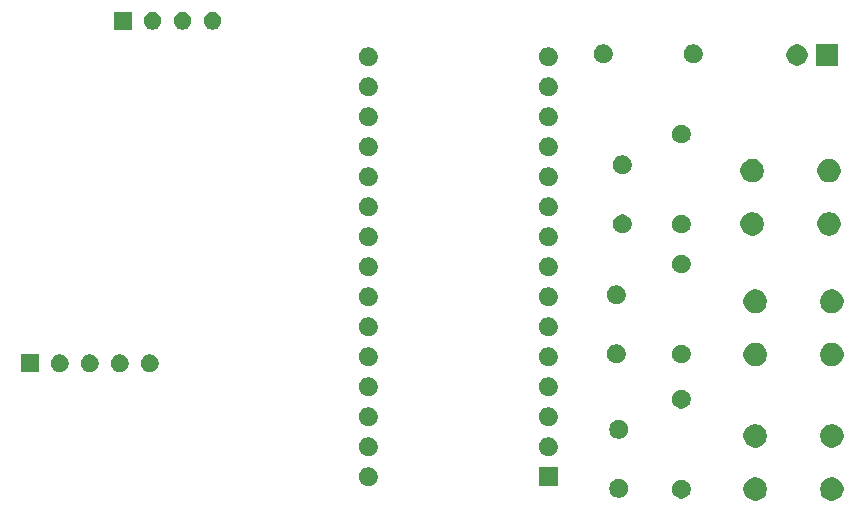
<source format=gts>
%TF.GenerationSoftware,KiCad,Pcbnew,9.0.6*%
%TF.CreationDate,2026-01-04T15:49:14-06:00*%
%TF.ProjectId,spo2_project,73706f32-5f70-4726-9f6a-6563742e6b69,rev?*%
%TF.SameCoordinates,Original*%
%TF.FileFunction,Soldermask,Top*%
%TF.FilePolarity,Negative*%
%FSLAX46Y46*%
G04 Gerber Fmt 4.6, Leading zero omitted, Abs format (unit mm)*
G04 Created by KiCad (PCBNEW 9.0.6) date 2026-01-04 15:49:14*
%MOMM*%
%LPD*%
G01*
G04 APERTURE LIST*
G04 APERTURE END LIST*
G36*
X146040285Y-111093060D02*
G01*
X146221397Y-111168079D01*
X146384393Y-111276990D01*
X146523010Y-111415607D01*
X146631921Y-111578603D01*
X146706940Y-111759715D01*
X146745185Y-111951983D01*
X146745185Y-112148017D01*
X146706940Y-112340285D01*
X146631921Y-112521397D01*
X146523010Y-112684393D01*
X146384393Y-112823010D01*
X146221397Y-112931921D01*
X146040285Y-113006940D01*
X145848017Y-113045185D01*
X145651983Y-113045185D01*
X145459715Y-113006940D01*
X145278603Y-112931921D01*
X145115607Y-112823010D01*
X144976990Y-112684393D01*
X144868079Y-112521397D01*
X144793060Y-112340285D01*
X144754815Y-112148017D01*
X144754815Y-111951983D01*
X144793060Y-111759715D01*
X144868079Y-111578603D01*
X144976990Y-111415607D01*
X145115607Y-111276990D01*
X145278603Y-111168079D01*
X145459715Y-111093060D01*
X145651983Y-111054815D01*
X145848017Y-111054815D01*
X146040285Y-111093060D01*
G37*
G36*
X152540285Y-111093060D02*
G01*
X152721397Y-111168079D01*
X152884393Y-111276990D01*
X153023010Y-111415607D01*
X153131921Y-111578603D01*
X153206940Y-111759715D01*
X153245185Y-111951983D01*
X153245185Y-112148017D01*
X153206940Y-112340285D01*
X153131921Y-112521397D01*
X153023010Y-112684393D01*
X152884393Y-112823010D01*
X152721397Y-112931921D01*
X152540285Y-113006940D01*
X152348017Y-113045185D01*
X152151983Y-113045185D01*
X151959715Y-113006940D01*
X151778603Y-112931921D01*
X151615607Y-112823010D01*
X151476990Y-112684393D01*
X151368079Y-112521397D01*
X151293060Y-112340285D01*
X151254815Y-112148017D01*
X151254815Y-111951983D01*
X151293060Y-111759715D01*
X151368079Y-111578603D01*
X151476990Y-111415607D01*
X151615607Y-111276990D01*
X151778603Y-111168079D01*
X151959715Y-111093060D01*
X152151983Y-111054815D01*
X152348017Y-111054815D01*
X152540285Y-111093060D01*
G37*
G36*
X139732228Y-111294448D02*
G01*
X139877117Y-111354463D01*
X140007515Y-111441592D01*
X140118408Y-111552485D01*
X140205537Y-111682883D01*
X140265552Y-111827772D01*
X140296148Y-111981586D01*
X140296148Y-112138414D01*
X140265552Y-112292228D01*
X140205537Y-112437117D01*
X140118408Y-112567515D01*
X140007515Y-112678408D01*
X139877117Y-112765537D01*
X139732228Y-112825552D01*
X139578414Y-112856148D01*
X139421586Y-112856148D01*
X139267772Y-112825552D01*
X139122883Y-112765537D01*
X138992485Y-112678408D01*
X138881592Y-112567515D01*
X138794463Y-112437117D01*
X138734448Y-112292228D01*
X138703852Y-112138414D01*
X138703852Y-111981586D01*
X138734448Y-111827772D01*
X138794463Y-111682883D01*
X138881592Y-111552485D01*
X138992485Y-111441592D01*
X139122883Y-111354463D01*
X139267772Y-111294448D01*
X139421586Y-111263852D01*
X139578414Y-111263852D01*
X139732228Y-111294448D01*
G37*
G36*
X134432228Y-111234448D02*
G01*
X134577117Y-111294463D01*
X134707515Y-111381592D01*
X134818408Y-111492485D01*
X134905537Y-111622883D01*
X134965552Y-111767772D01*
X134996148Y-111921586D01*
X134996148Y-112078414D01*
X134965552Y-112232228D01*
X134905537Y-112377117D01*
X134818408Y-112507515D01*
X134707515Y-112618408D01*
X134577117Y-112705537D01*
X134432228Y-112765552D01*
X134278414Y-112796148D01*
X134121586Y-112796148D01*
X133967772Y-112765552D01*
X133822883Y-112705537D01*
X133692485Y-112618408D01*
X133581592Y-112507515D01*
X133494463Y-112377117D01*
X133434448Y-112232228D01*
X133403852Y-112078414D01*
X133403852Y-111921586D01*
X133434448Y-111767772D01*
X133494463Y-111622883D01*
X133581592Y-111492485D01*
X133692485Y-111381592D01*
X133822883Y-111294463D01*
X133967772Y-111234448D01*
X134121586Y-111203852D01*
X134278414Y-111203852D01*
X134432228Y-111234448D01*
G37*
G36*
X129040000Y-111800000D02*
G01*
X127440000Y-111800000D01*
X127440000Y-110200000D01*
X129040000Y-110200000D01*
X129040000Y-111800000D01*
G37*
G36*
X113232228Y-110234448D02*
G01*
X113377117Y-110294463D01*
X113507515Y-110381592D01*
X113618408Y-110492485D01*
X113705537Y-110622883D01*
X113765552Y-110767772D01*
X113796148Y-110921586D01*
X113796148Y-111078414D01*
X113765552Y-111232228D01*
X113705537Y-111377117D01*
X113618408Y-111507515D01*
X113507515Y-111618408D01*
X113377117Y-111705537D01*
X113232228Y-111765552D01*
X113078414Y-111796148D01*
X112921586Y-111796148D01*
X112767772Y-111765552D01*
X112622883Y-111705537D01*
X112492485Y-111618408D01*
X112381592Y-111507515D01*
X112294463Y-111377117D01*
X112234448Y-111232228D01*
X112203852Y-111078414D01*
X112203852Y-110921586D01*
X112234448Y-110767772D01*
X112294463Y-110622883D01*
X112381592Y-110492485D01*
X112492485Y-110381592D01*
X112622883Y-110294463D01*
X112767772Y-110234448D01*
X112921586Y-110203852D01*
X113078414Y-110203852D01*
X113232228Y-110234448D01*
G37*
G36*
X113232228Y-107694448D02*
G01*
X113377117Y-107754463D01*
X113507515Y-107841592D01*
X113618408Y-107952485D01*
X113705537Y-108082883D01*
X113765552Y-108227772D01*
X113796148Y-108381586D01*
X113796148Y-108538414D01*
X113765552Y-108692228D01*
X113705537Y-108837117D01*
X113618408Y-108967515D01*
X113507515Y-109078408D01*
X113377117Y-109165537D01*
X113232228Y-109225552D01*
X113078414Y-109256148D01*
X112921586Y-109256148D01*
X112767772Y-109225552D01*
X112622883Y-109165537D01*
X112492485Y-109078408D01*
X112381592Y-108967515D01*
X112294463Y-108837117D01*
X112234448Y-108692228D01*
X112203852Y-108538414D01*
X112203852Y-108381586D01*
X112234448Y-108227772D01*
X112294463Y-108082883D01*
X112381592Y-107952485D01*
X112492485Y-107841592D01*
X112622883Y-107754463D01*
X112767772Y-107694448D01*
X112921586Y-107663852D01*
X113078414Y-107663852D01*
X113232228Y-107694448D01*
G37*
G36*
X128472228Y-107694448D02*
G01*
X128617117Y-107754463D01*
X128747515Y-107841592D01*
X128858408Y-107952485D01*
X128945537Y-108082883D01*
X129005552Y-108227772D01*
X129036148Y-108381586D01*
X129036148Y-108538414D01*
X129005552Y-108692228D01*
X128945537Y-108837117D01*
X128858408Y-108967515D01*
X128747515Y-109078408D01*
X128617117Y-109165537D01*
X128472228Y-109225552D01*
X128318414Y-109256148D01*
X128161586Y-109256148D01*
X128007772Y-109225552D01*
X127862883Y-109165537D01*
X127732485Y-109078408D01*
X127621592Y-108967515D01*
X127534463Y-108837117D01*
X127474448Y-108692228D01*
X127443852Y-108538414D01*
X127443852Y-108381586D01*
X127474448Y-108227772D01*
X127534463Y-108082883D01*
X127621592Y-107952485D01*
X127732485Y-107841592D01*
X127862883Y-107754463D01*
X128007772Y-107694448D01*
X128161586Y-107663852D01*
X128318414Y-107663852D01*
X128472228Y-107694448D01*
G37*
G36*
X146040285Y-106593060D02*
G01*
X146221397Y-106668079D01*
X146384393Y-106776990D01*
X146523010Y-106915607D01*
X146631921Y-107078603D01*
X146706940Y-107259715D01*
X146745185Y-107451983D01*
X146745185Y-107648017D01*
X146706940Y-107840285D01*
X146631921Y-108021397D01*
X146523010Y-108184393D01*
X146384393Y-108323010D01*
X146221397Y-108431921D01*
X146040285Y-108506940D01*
X145848017Y-108545185D01*
X145651983Y-108545185D01*
X145459715Y-108506940D01*
X145278603Y-108431921D01*
X145115607Y-108323010D01*
X144976990Y-108184393D01*
X144868079Y-108021397D01*
X144793060Y-107840285D01*
X144754815Y-107648017D01*
X144754815Y-107451983D01*
X144793060Y-107259715D01*
X144868079Y-107078603D01*
X144976990Y-106915607D01*
X145115607Y-106776990D01*
X145278603Y-106668079D01*
X145459715Y-106593060D01*
X145651983Y-106554815D01*
X145848017Y-106554815D01*
X146040285Y-106593060D01*
G37*
G36*
X152540285Y-106593060D02*
G01*
X152721397Y-106668079D01*
X152884393Y-106776990D01*
X153023010Y-106915607D01*
X153131921Y-107078603D01*
X153206940Y-107259715D01*
X153245185Y-107451983D01*
X153245185Y-107648017D01*
X153206940Y-107840285D01*
X153131921Y-108021397D01*
X153023010Y-108184393D01*
X152884393Y-108323010D01*
X152721397Y-108431921D01*
X152540285Y-108506940D01*
X152348017Y-108545185D01*
X152151983Y-108545185D01*
X151959715Y-108506940D01*
X151778603Y-108431921D01*
X151615607Y-108323010D01*
X151476990Y-108184393D01*
X151368079Y-108021397D01*
X151293060Y-107840285D01*
X151254815Y-107648017D01*
X151254815Y-107451983D01*
X151293060Y-107259715D01*
X151368079Y-107078603D01*
X151476990Y-106915607D01*
X151615607Y-106776990D01*
X151778603Y-106668079D01*
X151959715Y-106593060D01*
X152151983Y-106554815D01*
X152348017Y-106554815D01*
X152540285Y-106593060D01*
G37*
G36*
X134432228Y-106234448D02*
G01*
X134577117Y-106294463D01*
X134707515Y-106381592D01*
X134818408Y-106492485D01*
X134905537Y-106622883D01*
X134965552Y-106767772D01*
X134996148Y-106921586D01*
X134996148Y-107078414D01*
X134965552Y-107232228D01*
X134905537Y-107377117D01*
X134818408Y-107507515D01*
X134707515Y-107618408D01*
X134577117Y-107705537D01*
X134432228Y-107765552D01*
X134278414Y-107796148D01*
X134121586Y-107796148D01*
X133967772Y-107765552D01*
X133822883Y-107705537D01*
X133692485Y-107618408D01*
X133581592Y-107507515D01*
X133494463Y-107377117D01*
X133434448Y-107232228D01*
X133403852Y-107078414D01*
X133403852Y-106921586D01*
X133434448Y-106767772D01*
X133494463Y-106622883D01*
X133581592Y-106492485D01*
X133692485Y-106381592D01*
X133822883Y-106294463D01*
X133967772Y-106234448D01*
X134121586Y-106203852D01*
X134278414Y-106203852D01*
X134432228Y-106234448D01*
G37*
G36*
X113232228Y-105154448D02*
G01*
X113377117Y-105214463D01*
X113507515Y-105301592D01*
X113618408Y-105412485D01*
X113705537Y-105542883D01*
X113765552Y-105687772D01*
X113796148Y-105841586D01*
X113796148Y-105998414D01*
X113765552Y-106152228D01*
X113705537Y-106297117D01*
X113618408Y-106427515D01*
X113507515Y-106538408D01*
X113377117Y-106625537D01*
X113232228Y-106685552D01*
X113078414Y-106716148D01*
X112921586Y-106716148D01*
X112767772Y-106685552D01*
X112622883Y-106625537D01*
X112492485Y-106538408D01*
X112381592Y-106427515D01*
X112294463Y-106297117D01*
X112234448Y-106152228D01*
X112203852Y-105998414D01*
X112203852Y-105841586D01*
X112234448Y-105687772D01*
X112294463Y-105542883D01*
X112381592Y-105412485D01*
X112492485Y-105301592D01*
X112622883Y-105214463D01*
X112767772Y-105154448D01*
X112921586Y-105123852D01*
X113078414Y-105123852D01*
X113232228Y-105154448D01*
G37*
G36*
X128472228Y-105154448D02*
G01*
X128617117Y-105214463D01*
X128747515Y-105301592D01*
X128858408Y-105412485D01*
X128945537Y-105542883D01*
X129005552Y-105687772D01*
X129036148Y-105841586D01*
X129036148Y-105998414D01*
X129005552Y-106152228D01*
X128945537Y-106297117D01*
X128858408Y-106427515D01*
X128747515Y-106538408D01*
X128617117Y-106625537D01*
X128472228Y-106685552D01*
X128318414Y-106716148D01*
X128161586Y-106716148D01*
X128007772Y-106685552D01*
X127862883Y-106625537D01*
X127732485Y-106538408D01*
X127621592Y-106427515D01*
X127534463Y-106297117D01*
X127474448Y-106152228D01*
X127443852Y-105998414D01*
X127443852Y-105841586D01*
X127474448Y-105687772D01*
X127534463Y-105542883D01*
X127621592Y-105412485D01*
X127732485Y-105301592D01*
X127862883Y-105214463D01*
X128007772Y-105154448D01*
X128161586Y-105123852D01*
X128318414Y-105123852D01*
X128472228Y-105154448D01*
G37*
G36*
X139732228Y-103674448D02*
G01*
X139877117Y-103734463D01*
X140007515Y-103821592D01*
X140118408Y-103932485D01*
X140205537Y-104062883D01*
X140265552Y-104207772D01*
X140296148Y-104361586D01*
X140296148Y-104518414D01*
X140265552Y-104672228D01*
X140205537Y-104817117D01*
X140118408Y-104947515D01*
X140007515Y-105058408D01*
X139877117Y-105145537D01*
X139732228Y-105205552D01*
X139578414Y-105236148D01*
X139421586Y-105236148D01*
X139267772Y-105205552D01*
X139122883Y-105145537D01*
X138992485Y-105058408D01*
X138881592Y-104947515D01*
X138794463Y-104817117D01*
X138734448Y-104672228D01*
X138703852Y-104518414D01*
X138703852Y-104361586D01*
X138734448Y-104207772D01*
X138794463Y-104062883D01*
X138881592Y-103932485D01*
X138992485Y-103821592D01*
X139122883Y-103734463D01*
X139267772Y-103674448D01*
X139421586Y-103643852D01*
X139578414Y-103643852D01*
X139732228Y-103674448D01*
G37*
G36*
X113232228Y-102614448D02*
G01*
X113377117Y-102674463D01*
X113507515Y-102761592D01*
X113618408Y-102872485D01*
X113705537Y-103002883D01*
X113765552Y-103147772D01*
X113796148Y-103301586D01*
X113796148Y-103458414D01*
X113765552Y-103612228D01*
X113705537Y-103757117D01*
X113618408Y-103887515D01*
X113507515Y-103998408D01*
X113377117Y-104085537D01*
X113232228Y-104145552D01*
X113078414Y-104176148D01*
X112921586Y-104176148D01*
X112767772Y-104145552D01*
X112622883Y-104085537D01*
X112492485Y-103998408D01*
X112381592Y-103887515D01*
X112294463Y-103757117D01*
X112234448Y-103612228D01*
X112203852Y-103458414D01*
X112203852Y-103301586D01*
X112234448Y-103147772D01*
X112294463Y-103002883D01*
X112381592Y-102872485D01*
X112492485Y-102761592D01*
X112622883Y-102674463D01*
X112767772Y-102614448D01*
X112921586Y-102583852D01*
X113078414Y-102583852D01*
X113232228Y-102614448D01*
G37*
G36*
X128472228Y-102614448D02*
G01*
X128617117Y-102674463D01*
X128747515Y-102761592D01*
X128858408Y-102872485D01*
X128945537Y-103002883D01*
X129005552Y-103147772D01*
X129036148Y-103301586D01*
X129036148Y-103458414D01*
X129005552Y-103612228D01*
X128945537Y-103757117D01*
X128858408Y-103887515D01*
X128747515Y-103998408D01*
X128617117Y-104085537D01*
X128472228Y-104145552D01*
X128318414Y-104176148D01*
X128161586Y-104176148D01*
X128007772Y-104145552D01*
X127862883Y-104085537D01*
X127732485Y-103998408D01*
X127621592Y-103887515D01*
X127534463Y-103757117D01*
X127474448Y-103612228D01*
X127443852Y-103458414D01*
X127443852Y-103301586D01*
X127474448Y-103147772D01*
X127534463Y-103002883D01*
X127621592Y-102872485D01*
X127732485Y-102761592D01*
X127862883Y-102674463D01*
X128007772Y-102614448D01*
X128161586Y-102583852D01*
X128318414Y-102583852D01*
X128472228Y-102614448D01*
G37*
G36*
X85082000Y-102162000D02*
G01*
X83558000Y-102162000D01*
X83558000Y-100638000D01*
X85082000Y-100638000D01*
X85082000Y-102162000D01*
G37*
G36*
X87081197Y-100670811D02*
G01*
X87219204Y-100727976D01*
X87343408Y-100810966D01*
X87449034Y-100916592D01*
X87532024Y-101040796D01*
X87589189Y-101178803D01*
X87618331Y-101325311D01*
X87618331Y-101474689D01*
X87589189Y-101621197D01*
X87532024Y-101759204D01*
X87449034Y-101883408D01*
X87343408Y-101989034D01*
X87219204Y-102072024D01*
X87081197Y-102129189D01*
X86934689Y-102158331D01*
X86785311Y-102158331D01*
X86638803Y-102129189D01*
X86500796Y-102072024D01*
X86376592Y-101989034D01*
X86270966Y-101883408D01*
X86187976Y-101759204D01*
X86130811Y-101621197D01*
X86101669Y-101474689D01*
X86101669Y-101325311D01*
X86130811Y-101178803D01*
X86187976Y-101040796D01*
X86270966Y-100916592D01*
X86376592Y-100810966D01*
X86500796Y-100727976D01*
X86638803Y-100670811D01*
X86785311Y-100641669D01*
X86934689Y-100641669D01*
X87081197Y-100670811D01*
G37*
G36*
X89621197Y-100670811D02*
G01*
X89759204Y-100727976D01*
X89883408Y-100810966D01*
X89989034Y-100916592D01*
X90072024Y-101040796D01*
X90129189Y-101178803D01*
X90158331Y-101325311D01*
X90158331Y-101474689D01*
X90129189Y-101621197D01*
X90072024Y-101759204D01*
X89989034Y-101883408D01*
X89883408Y-101989034D01*
X89759204Y-102072024D01*
X89621197Y-102129189D01*
X89474689Y-102158331D01*
X89325311Y-102158331D01*
X89178803Y-102129189D01*
X89040796Y-102072024D01*
X88916592Y-101989034D01*
X88810966Y-101883408D01*
X88727976Y-101759204D01*
X88670811Y-101621197D01*
X88641669Y-101474689D01*
X88641669Y-101325311D01*
X88670811Y-101178803D01*
X88727976Y-101040796D01*
X88810966Y-100916592D01*
X88916592Y-100810966D01*
X89040796Y-100727976D01*
X89178803Y-100670811D01*
X89325311Y-100641669D01*
X89474689Y-100641669D01*
X89621197Y-100670811D01*
G37*
G36*
X92161197Y-100670811D02*
G01*
X92299204Y-100727976D01*
X92423408Y-100810966D01*
X92529034Y-100916592D01*
X92612024Y-101040796D01*
X92669189Y-101178803D01*
X92698331Y-101325311D01*
X92698331Y-101474689D01*
X92669189Y-101621197D01*
X92612024Y-101759204D01*
X92529034Y-101883408D01*
X92423408Y-101989034D01*
X92299204Y-102072024D01*
X92161197Y-102129189D01*
X92014689Y-102158331D01*
X91865311Y-102158331D01*
X91718803Y-102129189D01*
X91580796Y-102072024D01*
X91456592Y-101989034D01*
X91350966Y-101883408D01*
X91267976Y-101759204D01*
X91210811Y-101621197D01*
X91181669Y-101474689D01*
X91181669Y-101325311D01*
X91210811Y-101178803D01*
X91267976Y-101040796D01*
X91350966Y-100916592D01*
X91456592Y-100810966D01*
X91580796Y-100727976D01*
X91718803Y-100670811D01*
X91865311Y-100641669D01*
X92014689Y-100641669D01*
X92161197Y-100670811D01*
G37*
G36*
X94701197Y-100670811D02*
G01*
X94839204Y-100727976D01*
X94963408Y-100810966D01*
X95069034Y-100916592D01*
X95152024Y-101040796D01*
X95209189Y-101178803D01*
X95238331Y-101325311D01*
X95238331Y-101474689D01*
X95209189Y-101621197D01*
X95152024Y-101759204D01*
X95069034Y-101883408D01*
X94963408Y-101989034D01*
X94839204Y-102072024D01*
X94701197Y-102129189D01*
X94554689Y-102158331D01*
X94405311Y-102158331D01*
X94258803Y-102129189D01*
X94120796Y-102072024D01*
X93996592Y-101989034D01*
X93890966Y-101883408D01*
X93807976Y-101759204D01*
X93750811Y-101621197D01*
X93721669Y-101474689D01*
X93721669Y-101325311D01*
X93750811Y-101178803D01*
X93807976Y-101040796D01*
X93890966Y-100916592D01*
X93996592Y-100810966D01*
X94120796Y-100727976D01*
X94258803Y-100670811D01*
X94405311Y-100641669D01*
X94554689Y-100641669D01*
X94701197Y-100670811D01*
G37*
G36*
X146040285Y-99693060D02*
G01*
X146221397Y-99768079D01*
X146384393Y-99876990D01*
X146523010Y-100015607D01*
X146631921Y-100178603D01*
X146706940Y-100359715D01*
X146745185Y-100551983D01*
X146745185Y-100748017D01*
X146706940Y-100940285D01*
X146631921Y-101121397D01*
X146523010Y-101284393D01*
X146384393Y-101423010D01*
X146221397Y-101531921D01*
X146040285Y-101606940D01*
X145848017Y-101645185D01*
X145651983Y-101645185D01*
X145459715Y-101606940D01*
X145278603Y-101531921D01*
X145115607Y-101423010D01*
X144976990Y-101284393D01*
X144868079Y-101121397D01*
X144793060Y-100940285D01*
X144754815Y-100748017D01*
X144754815Y-100551983D01*
X144793060Y-100359715D01*
X144868079Y-100178603D01*
X144976990Y-100015607D01*
X145115607Y-99876990D01*
X145278603Y-99768079D01*
X145459715Y-99693060D01*
X145651983Y-99654815D01*
X145848017Y-99654815D01*
X146040285Y-99693060D01*
G37*
G36*
X152540285Y-99693060D02*
G01*
X152721397Y-99768079D01*
X152884393Y-99876990D01*
X153023010Y-100015607D01*
X153131921Y-100178603D01*
X153206940Y-100359715D01*
X153245185Y-100551983D01*
X153245185Y-100748017D01*
X153206940Y-100940285D01*
X153131921Y-101121397D01*
X153023010Y-101284393D01*
X152884393Y-101423010D01*
X152721397Y-101531921D01*
X152540285Y-101606940D01*
X152348017Y-101645185D01*
X152151983Y-101645185D01*
X151959715Y-101606940D01*
X151778603Y-101531921D01*
X151615607Y-101423010D01*
X151476990Y-101284393D01*
X151368079Y-101121397D01*
X151293060Y-100940285D01*
X151254815Y-100748017D01*
X151254815Y-100551983D01*
X151293060Y-100359715D01*
X151368079Y-100178603D01*
X151476990Y-100015607D01*
X151615607Y-99876990D01*
X151778603Y-99768079D01*
X151959715Y-99693060D01*
X152151983Y-99654815D01*
X152348017Y-99654815D01*
X152540285Y-99693060D01*
G37*
G36*
X113232228Y-100074448D02*
G01*
X113377117Y-100134463D01*
X113507515Y-100221592D01*
X113618408Y-100332485D01*
X113705537Y-100462883D01*
X113765552Y-100607772D01*
X113796148Y-100761586D01*
X113796148Y-100918414D01*
X113765552Y-101072228D01*
X113705537Y-101217117D01*
X113618408Y-101347515D01*
X113507515Y-101458408D01*
X113377117Y-101545537D01*
X113232228Y-101605552D01*
X113078414Y-101636148D01*
X112921586Y-101636148D01*
X112767772Y-101605552D01*
X112622883Y-101545537D01*
X112492485Y-101458408D01*
X112381592Y-101347515D01*
X112294463Y-101217117D01*
X112234448Y-101072228D01*
X112203852Y-100918414D01*
X112203852Y-100761586D01*
X112234448Y-100607772D01*
X112294463Y-100462883D01*
X112381592Y-100332485D01*
X112492485Y-100221592D01*
X112622883Y-100134463D01*
X112767772Y-100074448D01*
X112921586Y-100043852D01*
X113078414Y-100043852D01*
X113232228Y-100074448D01*
G37*
G36*
X128472228Y-100074448D02*
G01*
X128617117Y-100134463D01*
X128747515Y-100221592D01*
X128858408Y-100332485D01*
X128945537Y-100462883D01*
X129005552Y-100607772D01*
X129036148Y-100761586D01*
X129036148Y-100918414D01*
X129005552Y-101072228D01*
X128945537Y-101217117D01*
X128858408Y-101347515D01*
X128747515Y-101458408D01*
X128617117Y-101545537D01*
X128472228Y-101605552D01*
X128318414Y-101636148D01*
X128161586Y-101636148D01*
X128007772Y-101605552D01*
X127862883Y-101545537D01*
X127732485Y-101458408D01*
X127621592Y-101347515D01*
X127534463Y-101217117D01*
X127474448Y-101072228D01*
X127443852Y-100918414D01*
X127443852Y-100761586D01*
X127474448Y-100607772D01*
X127534463Y-100462883D01*
X127621592Y-100332485D01*
X127732485Y-100221592D01*
X127862883Y-100134463D01*
X128007772Y-100074448D01*
X128161586Y-100043852D01*
X128318414Y-100043852D01*
X128472228Y-100074448D01*
G37*
G36*
X139732228Y-99854448D02*
G01*
X139877117Y-99914463D01*
X140007515Y-100001592D01*
X140118408Y-100112485D01*
X140205537Y-100242883D01*
X140265552Y-100387772D01*
X140296148Y-100541586D01*
X140296148Y-100698414D01*
X140265552Y-100852228D01*
X140205537Y-100997117D01*
X140118408Y-101127515D01*
X140007515Y-101238408D01*
X139877117Y-101325537D01*
X139732228Y-101385552D01*
X139578414Y-101416148D01*
X139421586Y-101416148D01*
X139267772Y-101385552D01*
X139122883Y-101325537D01*
X138992485Y-101238408D01*
X138881592Y-101127515D01*
X138794463Y-100997117D01*
X138734448Y-100852228D01*
X138703852Y-100698414D01*
X138703852Y-100541586D01*
X138734448Y-100387772D01*
X138794463Y-100242883D01*
X138881592Y-100112485D01*
X138992485Y-100001592D01*
X139122883Y-99914463D01*
X139267772Y-99854448D01*
X139421586Y-99823852D01*
X139578414Y-99823852D01*
X139732228Y-99854448D01*
G37*
G36*
X134232228Y-99834448D02*
G01*
X134377117Y-99894463D01*
X134507515Y-99981592D01*
X134618408Y-100092485D01*
X134705537Y-100222883D01*
X134765552Y-100367772D01*
X134796148Y-100521586D01*
X134796148Y-100678414D01*
X134765552Y-100832228D01*
X134705537Y-100977117D01*
X134618408Y-101107515D01*
X134507515Y-101218408D01*
X134377117Y-101305537D01*
X134232228Y-101365552D01*
X134078414Y-101396148D01*
X133921586Y-101396148D01*
X133767772Y-101365552D01*
X133622883Y-101305537D01*
X133492485Y-101218408D01*
X133381592Y-101107515D01*
X133294463Y-100977117D01*
X133234448Y-100832228D01*
X133203852Y-100678414D01*
X133203852Y-100521586D01*
X133234448Y-100367772D01*
X133294463Y-100222883D01*
X133381592Y-100092485D01*
X133492485Y-99981592D01*
X133622883Y-99894463D01*
X133767772Y-99834448D01*
X133921586Y-99803852D01*
X134078414Y-99803852D01*
X134232228Y-99834448D01*
G37*
G36*
X113232228Y-97534448D02*
G01*
X113377117Y-97594463D01*
X113507515Y-97681592D01*
X113618408Y-97792485D01*
X113705537Y-97922883D01*
X113765552Y-98067772D01*
X113796148Y-98221586D01*
X113796148Y-98378414D01*
X113765552Y-98532228D01*
X113705537Y-98677117D01*
X113618408Y-98807515D01*
X113507515Y-98918408D01*
X113377117Y-99005537D01*
X113232228Y-99065552D01*
X113078414Y-99096148D01*
X112921586Y-99096148D01*
X112767772Y-99065552D01*
X112622883Y-99005537D01*
X112492485Y-98918408D01*
X112381592Y-98807515D01*
X112294463Y-98677117D01*
X112234448Y-98532228D01*
X112203852Y-98378414D01*
X112203852Y-98221586D01*
X112234448Y-98067772D01*
X112294463Y-97922883D01*
X112381592Y-97792485D01*
X112492485Y-97681592D01*
X112622883Y-97594463D01*
X112767772Y-97534448D01*
X112921586Y-97503852D01*
X113078414Y-97503852D01*
X113232228Y-97534448D01*
G37*
G36*
X128472228Y-97534448D02*
G01*
X128617117Y-97594463D01*
X128747515Y-97681592D01*
X128858408Y-97792485D01*
X128945537Y-97922883D01*
X129005552Y-98067772D01*
X129036148Y-98221586D01*
X129036148Y-98378414D01*
X129005552Y-98532228D01*
X128945537Y-98677117D01*
X128858408Y-98807515D01*
X128747515Y-98918408D01*
X128617117Y-99005537D01*
X128472228Y-99065552D01*
X128318414Y-99096148D01*
X128161586Y-99096148D01*
X128007772Y-99065552D01*
X127862883Y-99005537D01*
X127732485Y-98918408D01*
X127621592Y-98807515D01*
X127534463Y-98677117D01*
X127474448Y-98532228D01*
X127443852Y-98378414D01*
X127443852Y-98221586D01*
X127474448Y-98067772D01*
X127534463Y-97922883D01*
X127621592Y-97792485D01*
X127732485Y-97681592D01*
X127862883Y-97594463D01*
X128007772Y-97534448D01*
X128161586Y-97503852D01*
X128318414Y-97503852D01*
X128472228Y-97534448D01*
G37*
G36*
X146040285Y-95193060D02*
G01*
X146221397Y-95268079D01*
X146384393Y-95376990D01*
X146523010Y-95515607D01*
X146631921Y-95678603D01*
X146706940Y-95859715D01*
X146745185Y-96051983D01*
X146745185Y-96248017D01*
X146706940Y-96440285D01*
X146631921Y-96621397D01*
X146523010Y-96784393D01*
X146384393Y-96923010D01*
X146221397Y-97031921D01*
X146040285Y-97106940D01*
X145848017Y-97145185D01*
X145651983Y-97145185D01*
X145459715Y-97106940D01*
X145278603Y-97031921D01*
X145115607Y-96923010D01*
X144976990Y-96784393D01*
X144868079Y-96621397D01*
X144793060Y-96440285D01*
X144754815Y-96248017D01*
X144754815Y-96051983D01*
X144793060Y-95859715D01*
X144868079Y-95678603D01*
X144976990Y-95515607D01*
X145115607Y-95376990D01*
X145278603Y-95268079D01*
X145459715Y-95193060D01*
X145651983Y-95154815D01*
X145848017Y-95154815D01*
X146040285Y-95193060D01*
G37*
G36*
X152540285Y-95193060D02*
G01*
X152721397Y-95268079D01*
X152884393Y-95376990D01*
X153023010Y-95515607D01*
X153131921Y-95678603D01*
X153206940Y-95859715D01*
X153245185Y-96051983D01*
X153245185Y-96248017D01*
X153206940Y-96440285D01*
X153131921Y-96621397D01*
X153023010Y-96784393D01*
X152884393Y-96923010D01*
X152721397Y-97031921D01*
X152540285Y-97106940D01*
X152348017Y-97145185D01*
X152151983Y-97145185D01*
X151959715Y-97106940D01*
X151778603Y-97031921D01*
X151615607Y-96923010D01*
X151476990Y-96784393D01*
X151368079Y-96621397D01*
X151293060Y-96440285D01*
X151254815Y-96248017D01*
X151254815Y-96051983D01*
X151293060Y-95859715D01*
X151368079Y-95678603D01*
X151476990Y-95515607D01*
X151615607Y-95376990D01*
X151778603Y-95268079D01*
X151959715Y-95193060D01*
X152151983Y-95154815D01*
X152348017Y-95154815D01*
X152540285Y-95193060D01*
G37*
G36*
X113232228Y-94994448D02*
G01*
X113377117Y-95054463D01*
X113507515Y-95141592D01*
X113618408Y-95252485D01*
X113705537Y-95382883D01*
X113765552Y-95527772D01*
X113796148Y-95681586D01*
X113796148Y-95838414D01*
X113765552Y-95992228D01*
X113705537Y-96137117D01*
X113618408Y-96267515D01*
X113507515Y-96378408D01*
X113377117Y-96465537D01*
X113232228Y-96525552D01*
X113078414Y-96556148D01*
X112921586Y-96556148D01*
X112767772Y-96525552D01*
X112622883Y-96465537D01*
X112492485Y-96378408D01*
X112381592Y-96267515D01*
X112294463Y-96137117D01*
X112234448Y-95992228D01*
X112203852Y-95838414D01*
X112203852Y-95681586D01*
X112234448Y-95527772D01*
X112294463Y-95382883D01*
X112381592Y-95252485D01*
X112492485Y-95141592D01*
X112622883Y-95054463D01*
X112767772Y-94994448D01*
X112921586Y-94963852D01*
X113078414Y-94963852D01*
X113232228Y-94994448D01*
G37*
G36*
X128472228Y-94994448D02*
G01*
X128617117Y-95054463D01*
X128747515Y-95141592D01*
X128858408Y-95252485D01*
X128945537Y-95382883D01*
X129005552Y-95527772D01*
X129036148Y-95681586D01*
X129036148Y-95838414D01*
X129005552Y-95992228D01*
X128945537Y-96137117D01*
X128858408Y-96267515D01*
X128747515Y-96378408D01*
X128617117Y-96465537D01*
X128472228Y-96525552D01*
X128318414Y-96556148D01*
X128161586Y-96556148D01*
X128007772Y-96525552D01*
X127862883Y-96465537D01*
X127732485Y-96378408D01*
X127621592Y-96267515D01*
X127534463Y-96137117D01*
X127474448Y-95992228D01*
X127443852Y-95838414D01*
X127443852Y-95681586D01*
X127474448Y-95527772D01*
X127534463Y-95382883D01*
X127621592Y-95252485D01*
X127732485Y-95141592D01*
X127862883Y-95054463D01*
X128007772Y-94994448D01*
X128161586Y-94963852D01*
X128318414Y-94963852D01*
X128472228Y-94994448D01*
G37*
G36*
X134232228Y-94834448D02*
G01*
X134377117Y-94894463D01*
X134507515Y-94981592D01*
X134618408Y-95092485D01*
X134705537Y-95222883D01*
X134765552Y-95367772D01*
X134796148Y-95521586D01*
X134796148Y-95678414D01*
X134765552Y-95832228D01*
X134705537Y-95977117D01*
X134618408Y-96107515D01*
X134507515Y-96218408D01*
X134377117Y-96305537D01*
X134232228Y-96365552D01*
X134078414Y-96396148D01*
X133921586Y-96396148D01*
X133767772Y-96365552D01*
X133622883Y-96305537D01*
X133492485Y-96218408D01*
X133381592Y-96107515D01*
X133294463Y-95977117D01*
X133234448Y-95832228D01*
X133203852Y-95678414D01*
X133203852Y-95521586D01*
X133234448Y-95367772D01*
X133294463Y-95222883D01*
X133381592Y-95092485D01*
X133492485Y-94981592D01*
X133622883Y-94894463D01*
X133767772Y-94834448D01*
X133921586Y-94803852D01*
X134078414Y-94803852D01*
X134232228Y-94834448D01*
G37*
G36*
X113232228Y-92454448D02*
G01*
X113377117Y-92514463D01*
X113507515Y-92601592D01*
X113618408Y-92712485D01*
X113705537Y-92842883D01*
X113765552Y-92987772D01*
X113796148Y-93141586D01*
X113796148Y-93298414D01*
X113765552Y-93452228D01*
X113705537Y-93597117D01*
X113618408Y-93727515D01*
X113507515Y-93838408D01*
X113377117Y-93925537D01*
X113232228Y-93985552D01*
X113078414Y-94016148D01*
X112921586Y-94016148D01*
X112767772Y-93985552D01*
X112622883Y-93925537D01*
X112492485Y-93838408D01*
X112381592Y-93727515D01*
X112294463Y-93597117D01*
X112234448Y-93452228D01*
X112203852Y-93298414D01*
X112203852Y-93141586D01*
X112234448Y-92987772D01*
X112294463Y-92842883D01*
X112381592Y-92712485D01*
X112492485Y-92601592D01*
X112622883Y-92514463D01*
X112767772Y-92454448D01*
X112921586Y-92423852D01*
X113078414Y-92423852D01*
X113232228Y-92454448D01*
G37*
G36*
X128472228Y-92454448D02*
G01*
X128617117Y-92514463D01*
X128747515Y-92601592D01*
X128858408Y-92712485D01*
X128945537Y-92842883D01*
X129005552Y-92987772D01*
X129036148Y-93141586D01*
X129036148Y-93298414D01*
X129005552Y-93452228D01*
X128945537Y-93597117D01*
X128858408Y-93727515D01*
X128747515Y-93838408D01*
X128617117Y-93925537D01*
X128472228Y-93985552D01*
X128318414Y-94016148D01*
X128161586Y-94016148D01*
X128007772Y-93985552D01*
X127862883Y-93925537D01*
X127732485Y-93838408D01*
X127621592Y-93727515D01*
X127534463Y-93597117D01*
X127474448Y-93452228D01*
X127443852Y-93298414D01*
X127443852Y-93141586D01*
X127474448Y-92987772D01*
X127534463Y-92842883D01*
X127621592Y-92712485D01*
X127732485Y-92601592D01*
X127862883Y-92514463D01*
X128007772Y-92454448D01*
X128161586Y-92423852D01*
X128318414Y-92423852D01*
X128472228Y-92454448D01*
G37*
G36*
X139732228Y-92234448D02*
G01*
X139877117Y-92294463D01*
X140007515Y-92381592D01*
X140118408Y-92492485D01*
X140205537Y-92622883D01*
X140265552Y-92767772D01*
X140296148Y-92921586D01*
X140296148Y-93078414D01*
X140265552Y-93232228D01*
X140205537Y-93377117D01*
X140118408Y-93507515D01*
X140007515Y-93618408D01*
X139877117Y-93705537D01*
X139732228Y-93765552D01*
X139578414Y-93796148D01*
X139421586Y-93796148D01*
X139267772Y-93765552D01*
X139122883Y-93705537D01*
X138992485Y-93618408D01*
X138881592Y-93507515D01*
X138794463Y-93377117D01*
X138734448Y-93232228D01*
X138703852Y-93078414D01*
X138703852Y-92921586D01*
X138734448Y-92767772D01*
X138794463Y-92622883D01*
X138881592Y-92492485D01*
X138992485Y-92381592D01*
X139122883Y-92294463D01*
X139267772Y-92234448D01*
X139421586Y-92203852D01*
X139578414Y-92203852D01*
X139732228Y-92234448D01*
G37*
G36*
X113232228Y-89914448D02*
G01*
X113377117Y-89974463D01*
X113507515Y-90061592D01*
X113618408Y-90172485D01*
X113705537Y-90302883D01*
X113765552Y-90447772D01*
X113796148Y-90601586D01*
X113796148Y-90758414D01*
X113765552Y-90912228D01*
X113705537Y-91057117D01*
X113618408Y-91187515D01*
X113507515Y-91298408D01*
X113377117Y-91385537D01*
X113232228Y-91445552D01*
X113078414Y-91476148D01*
X112921586Y-91476148D01*
X112767772Y-91445552D01*
X112622883Y-91385537D01*
X112492485Y-91298408D01*
X112381592Y-91187515D01*
X112294463Y-91057117D01*
X112234448Y-90912228D01*
X112203852Y-90758414D01*
X112203852Y-90601586D01*
X112234448Y-90447772D01*
X112294463Y-90302883D01*
X112381592Y-90172485D01*
X112492485Y-90061592D01*
X112622883Y-89974463D01*
X112767772Y-89914448D01*
X112921586Y-89883852D01*
X113078414Y-89883852D01*
X113232228Y-89914448D01*
G37*
G36*
X128472228Y-89914448D02*
G01*
X128617117Y-89974463D01*
X128747515Y-90061592D01*
X128858408Y-90172485D01*
X128945537Y-90302883D01*
X129005552Y-90447772D01*
X129036148Y-90601586D01*
X129036148Y-90758414D01*
X129005552Y-90912228D01*
X128945537Y-91057117D01*
X128858408Y-91187515D01*
X128747515Y-91298408D01*
X128617117Y-91385537D01*
X128472228Y-91445552D01*
X128318414Y-91476148D01*
X128161586Y-91476148D01*
X128007772Y-91445552D01*
X127862883Y-91385537D01*
X127732485Y-91298408D01*
X127621592Y-91187515D01*
X127534463Y-91057117D01*
X127474448Y-90912228D01*
X127443852Y-90758414D01*
X127443852Y-90601586D01*
X127474448Y-90447772D01*
X127534463Y-90302883D01*
X127621592Y-90172485D01*
X127732485Y-90061592D01*
X127862883Y-89974463D01*
X128007772Y-89914448D01*
X128161586Y-89883852D01*
X128318414Y-89883852D01*
X128472228Y-89914448D01*
G37*
G36*
X145790285Y-88643060D02*
G01*
X145971397Y-88718079D01*
X146134393Y-88826990D01*
X146273010Y-88965607D01*
X146381921Y-89128603D01*
X146456940Y-89309715D01*
X146495185Y-89501983D01*
X146495185Y-89698017D01*
X146456940Y-89890285D01*
X146381921Y-90071397D01*
X146273010Y-90234393D01*
X146134393Y-90373010D01*
X145971397Y-90481921D01*
X145790285Y-90556940D01*
X145598017Y-90595185D01*
X145401983Y-90595185D01*
X145209715Y-90556940D01*
X145028603Y-90481921D01*
X144865607Y-90373010D01*
X144726990Y-90234393D01*
X144618079Y-90071397D01*
X144543060Y-89890285D01*
X144504815Y-89698017D01*
X144504815Y-89501983D01*
X144543060Y-89309715D01*
X144618079Y-89128603D01*
X144726990Y-88965607D01*
X144865607Y-88826990D01*
X145028603Y-88718079D01*
X145209715Y-88643060D01*
X145401983Y-88604815D01*
X145598017Y-88604815D01*
X145790285Y-88643060D01*
G37*
G36*
X152290285Y-88643060D02*
G01*
X152471397Y-88718079D01*
X152634393Y-88826990D01*
X152773010Y-88965607D01*
X152881921Y-89128603D01*
X152956940Y-89309715D01*
X152995185Y-89501983D01*
X152995185Y-89698017D01*
X152956940Y-89890285D01*
X152881921Y-90071397D01*
X152773010Y-90234393D01*
X152634393Y-90373010D01*
X152471397Y-90481921D01*
X152290285Y-90556940D01*
X152098017Y-90595185D01*
X151901983Y-90595185D01*
X151709715Y-90556940D01*
X151528603Y-90481921D01*
X151365607Y-90373010D01*
X151226990Y-90234393D01*
X151118079Y-90071397D01*
X151043060Y-89890285D01*
X151004815Y-89698017D01*
X151004815Y-89501983D01*
X151043060Y-89309715D01*
X151118079Y-89128603D01*
X151226990Y-88965607D01*
X151365607Y-88826990D01*
X151528603Y-88718079D01*
X151709715Y-88643060D01*
X151901983Y-88604815D01*
X152098017Y-88604815D01*
X152290285Y-88643060D01*
G37*
G36*
X139732228Y-88854448D02*
G01*
X139877117Y-88914463D01*
X140007515Y-89001592D01*
X140118408Y-89112485D01*
X140205537Y-89242883D01*
X140265552Y-89387772D01*
X140296148Y-89541586D01*
X140296148Y-89698414D01*
X140265552Y-89852228D01*
X140205537Y-89997117D01*
X140118408Y-90127515D01*
X140007515Y-90238408D01*
X139877117Y-90325537D01*
X139732228Y-90385552D01*
X139578414Y-90416148D01*
X139421586Y-90416148D01*
X139267772Y-90385552D01*
X139122883Y-90325537D01*
X138992485Y-90238408D01*
X138881592Y-90127515D01*
X138794463Y-89997117D01*
X138734448Y-89852228D01*
X138703852Y-89698414D01*
X138703852Y-89541586D01*
X138734448Y-89387772D01*
X138794463Y-89242883D01*
X138881592Y-89112485D01*
X138992485Y-89001592D01*
X139122883Y-88914463D01*
X139267772Y-88854448D01*
X139421586Y-88823852D01*
X139578414Y-88823852D01*
X139732228Y-88854448D01*
G37*
G36*
X134732228Y-88834448D02*
G01*
X134877117Y-88894463D01*
X135007515Y-88981592D01*
X135118408Y-89092485D01*
X135205537Y-89222883D01*
X135265552Y-89367772D01*
X135296148Y-89521586D01*
X135296148Y-89678414D01*
X135265552Y-89832228D01*
X135205537Y-89977117D01*
X135118408Y-90107515D01*
X135007515Y-90218408D01*
X134877117Y-90305537D01*
X134732228Y-90365552D01*
X134578414Y-90396148D01*
X134421586Y-90396148D01*
X134267772Y-90365552D01*
X134122883Y-90305537D01*
X133992485Y-90218408D01*
X133881592Y-90107515D01*
X133794463Y-89977117D01*
X133734448Y-89832228D01*
X133703852Y-89678414D01*
X133703852Y-89521586D01*
X133734448Y-89367772D01*
X133794463Y-89222883D01*
X133881592Y-89092485D01*
X133992485Y-88981592D01*
X134122883Y-88894463D01*
X134267772Y-88834448D01*
X134421586Y-88803852D01*
X134578414Y-88803852D01*
X134732228Y-88834448D01*
G37*
G36*
X113232228Y-87374448D02*
G01*
X113377117Y-87434463D01*
X113507515Y-87521592D01*
X113618408Y-87632485D01*
X113705537Y-87762883D01*
X113765552Y-87907772D01*
X113796148Y-88061586D01*
X113796148Y-88218414D01*
X113765552Y-88372228D01*
X113705537Y-88517117D01*
X113618408Y-88647515D01*
X113507515Y-88758408D01*
X113377117Y-88845537D01*
X113232228Y-88905552D01*
X113078414Y-88936148D01*
X112921586Y-88936148D01*
X112767772Y-88905552D01*
X112622883Y-88845537D01*
X112492485Y-88758408D01*
X112381592Y-88647515D01*
X112294463Y-88517117D01*
X112234448Y-88372228D01*
X112203852Y-88218414D01*
X112203852Y-88061586D01*
X112234448Y-87907772D01*
X112294463Y-87762883D01*
X112381592Y-87632485D01*
X112492485Y-87521592D01*
X112622883Y-87434463D01*
X112767772Y-87374448D01*
X112921586Y-87343852D01*
X113078414Y-87343852D01*
X113232228Y-87374448D01*
G37*
G36*
X128472228Y-87374448D02*
G01*
X128617117Y-87434463D01*
X128747515Y-87521592D01*
X128858408Y-87632485D01*
X128945537Y-87762883D01*
X129005552Y-87907772D01*
X129036148Y-88061586D01*
X129036148Y-88218414D01*
X129005552Y-88372228D01*
X128945537Y-88517117D01*
X128858408Y-88647515D01*
X128747515Y-88758408D01*
X128617117Y-88845537D01*
X128472228Y-88905552D01*
X128318414Y-88936148D01*
X128161586Y-88936148D01*
X128007772Y-88905552D01*
X127862883Y-88845537D01*
X127732485Y-88758408D01*
X127621592Y-88647515D01*
X127534463Y-88517117D01*
X127474448Y-88372228D01*
X127443852Y-88218414D01*
X127443852Y-88061586D01*
X127474448Y-87907772D01*
X127534463Y-87762883D01*
X127621592Y-87632485D01*
X127732485Y-87521592D01*
X127862883Y-87434463D01*
X128007772Y-87374448D01*
X128161586Y-87343852D01*
X128318414Y-87343852D01*
X128472228Y-87374448D01*
G37*
G36*
X113232228Y-84834448D02*
G01*
X113377117Y-84894463D01*
X113507515Y-84981592D01*
X113618408Y-85092485D01*
X113705537Y-85222883D01*
X113765552Y-85367772D01*
X113796148Y-85521586D01*
X113796148Y-85678414D01*
X113765552Y-85832228D01*
X113705537Y-85977117D01*
X113618408Y-86107515D01*
X113507515Y-86218408D01*
X113377117Y-86305537D01*
X113232228Y-86365552D01*
X113078414Y-86396148D01*
X112921586Y-86396148D01*
X112767772Y-86365552D01*
X112622883Y-86305537D01*
X112492485Y-86218408D01*
X112381592Y-86107515D01*
X112294463Y-85977117D01*
X112234448Y-85832228D01*
X112203852Y-85678414D01*
X112203852Y-85521586D01*
X112234448Y-85367772D01*
X112294463Y-85222883D01*
X112381592Y-85092485D01*
X112492485Y-84981592D01*
X112622883Y-84894463D01*
X112767772Y-84834448D01*
X112921586Y-84803852D01*
X113078414Y-84803852D01*
X113232228Y-84834448D01*
G37*
G36*
X128472228Y-84834448D02*
G01*
X128617117Y-84894463D01*
X128747515Y-84981592D01*
X128858408Y-85092485D01*
X128945537Y-85222883D01*
X129005552Y-85367772D01*
X129036148Y-85521586D01*
X129036148Y-85678414D01*
X129005552Y-85832228D01*
X128945537Y-85977117D01*
X128858408Y-86107515D01*
X128747515Y-86218408D01*
X128617117Y-86305537D01*
X128472228Y-86365552D01*
X128318414Y-86396148D01*
X128161586Y-86396148D01*
X128007772Y-86365552D01*
X127862883Y-86305537D01*
X127732485Y-86218408D01*
X127621592Y-86107515D01*
X127534463Y-85977117D01*
X127474448Y-85832228D01*
X127443852Y-85678414D01*
X127443852Y-85521586D01*
X127474448Y-85367772D01*
X127534463Y-85222883D01*
X127621592Y-85092485D01*
X127732485Y-84981592D01*
X127862883Y-84894463D01*
X128007772Y-84834448D01*
X128161586Y-84803852D01*
X128318414Y-84803852D01*
X128472228Y-84834448D01*
G37*
G36*
X145790285Y-84143060D02*
G01*
X145971397Y-84218079D01*
X146134393Y-84326990D01*
X146273010Y-84465607D01*
X146381921Y-84628603D01*
X146456940Y-84809715D01*
X146495185Y-85001983D01*
X146495185Y-85198017D01*
X146456940Y-85390285D01*
X146381921Y-85571397D01*
X146273010Y-85734393D01*
X146134393Y-85873010D01*
X145971397Y-85981921D01*
X145790285Y-86056940D01*
X145598017Y-86095185D01*
X145401983Y-86095185D01*
X145209715Y-86056940D01*
X145028603Y-85981921D01*
X144865607Y-85873010D01*
X144726990Y-85734393D01*
X144618079Y-85571397D01*
X144543060Y-85390285D01*
X144504815Y-85198017D01*
X144504815Y-85001983D01*
X144543060Y-84809715D01*
X144618079Y-84628603D01*
X144726990Y-84465607D01*
X144865607Y-84326990D01*
X145028603Y-84218079D01*
X145209715Y-84143060D01*
X145401983Y-84104815D01*
X145598017Y-84104815D01*
X145790285Y-84143060D01*
G37*
G36*
X152290285Y-84143060D02*
G01*
X152471397Y-84218079D01*
X152634393Y-84326990D01*
X152773010Y-84465607D01*
X152881921Y-84628603D01*
X152956940Y-84809715D01*
X152995185Y-85001983D01*
X152995185Y-85198017D01*
X152956940Y-85390285D01*
X152881921Y-85571397D01*
X152773010Y-85734393D01*
X152634393Y-85873010D01*
X152471397Y-85981921D01*
X152290285Y-86056940D01*
X152098017Y-86095185D01*
X151901983Y-86095185D01*
X151709715Y-86056940D01*
X151528603Y-85981921D01*
X151365607Y-85873010D01*
X151226990Y-85734393D01*
X151118079Y-85571397D01*
X151043060Y-85390285D01*
X151004815Y-85198017D01*
X151004815Y-85001983D01*
X151043060Y-84809715D01*
X151118079Y-84628603D01*
X151226990Y-84465607D01*
X151365607Y-84326990D01*
X151528603Y-84218079D01*
X151709715Y-84143060D01*
X151901983Y-84104815D01*
X152098017Y-84104815D01*
X152290285Y-84143060D01*
G37*
G36*
X134732228Y-83834448D02*
G01*
X134877117Y-83894463D01*
X135007515Y-83981592D01*
X135118408Y-84092485D01*
X135205537Y-84222883D01*
X135265552Y-84367772D01*
X135296148Y-84521586D01*
X135296148Y-84678414D01*
X135265552Y-84832228D01*
X135205537Y-84977117D01*
X135118408Y-85107515D01*
X135007515Y-85218408D01*
X134877117Y-85305537D01*
X134732228Y-85365552D01*
X134578414Y-85396148D01*
X134421586Y-85396148D01*
X134267772Y-85365552D01*
X134122883Y-85305537D01*
X133992485Y-85218408D01*
X133881592Y-85107515D01*
X133794463Y-84977117D01*
X133734448Y-84832228D01*
X133703852Y-84678414D01*
X133703852Y-84521586D01*
X133734448Y-84367772D01*
X133794463Y-84222883D01*
X133881592Y-84092485D01*
X133992485Y-83981592D01*
X134122883Y-83894463D01*
X134267772Y-83834448D01*
X134421586Y-83803852D01*
X134578414Y-83803852D01*
X134732228Y-83834448D01*
G37*
G36*
X113232228Y-82294448D02*
G01*
X113377117Y-82354463D01*
X113507515Y-82441592D01*
X113618408Y-82552485D01*
X113705537Y-82682883D01*
X113765552Y-82827772D01*
X113796148Y-82981586D01*
X113796148Y-83138414D01*
X113765552Y-83292228D01*
X113705537Y-83437117D01*
X113618408Y-83567515D01*
X113507515Y-83678408D01*
X113377117Y-83765537D01*
X113232228Y-83825552D01*
X113078414Y-83856148D01*
X112921586Y-83856148D01*
X112767772Y-83825552D01*
X112622883Y-83765537D01*
X112492485Y-83678408D01*
X112381592Y-83567515D01*
X112294463Y-83437117D01*
X112234448Y-83292228D01*
X112203852Y-83138414D01*
X112203852Y-82981586D01*
X112234448Y-82827772D01*
X112294463Y-82682883D01*
X112381592Y-82552485D01*
X112492485Y-82441592D01*
X112622883Y-82354463D01*
X112767772Y-82294448D01*
X112921586Y-82263852D01*
X113078414Y-82263852D01*
X113232228Y-82294448D01*
G37*
G36*
X128472228Y-82294448D02*
G01*
X128617117Y-82354463D01*
X128747515Y-82441592D01*
X128858408Y-82552485D01*
X128945537Y-82682883D01*
X129005552Y-82827772D01*
X129036148Y-82981586D01*
X129036148Y-83138414D01*
X129005552Y-83292228D01*
X128945537Y-83437117D01*
X128858408Y-83567515D01*
X128747515Y-83678408D01*
X128617117Y-83765537D01*
X128472228Y-83825552D01*
X128318414Y-83856148D01*
X128161586Y-83856148D01*
X128007772Y-83825552D01*
X127862883Y-83765537D01*
X127732485Y-83678408D01*
X127621592Y-83567515D01*
X127534463Y-83437117D01*
X127474448Y-83292228D01*
X127443852Y-83138414D01*
X127443852Y-82981586D01*
X127474448Y-82827772D01*
X127534463Y-82682883D01*
X127621592Y-82552485D01*
X127732485Y-82441592D01*
X127862883Y-82354463D01*
X128007772Y-82294448D01*
X128161586Y-82263852D01*
X128318414Y-82263852D01*
X128472228Y-82294448D01*
G37*
G36*
X139732228Y-81234448D02*
G01*
X139877117Y-81294463D01*
X140007515Y-81381592D01*
X140118408Y-81492485D01*
X140205537Y-81622883D01*
X140265552Y-81767772D01*
X140296148Y-81921586D01*
X140296148Y-82078414D01*
X140265552Y-82232228D01*
X140205537Y-82377117D01*
X140118408Y-82507515D01*
X140007515Y-82618408D01*
X139877117Y-82705537D01*
X139732228Y-82765552D01*
X139578414Y-82796148D01*
X139421586Y-82796148D01*
X139267772Y-82765552D01*
X139122883Y-82705537D01*
X138992485Y-82618408D01*
X138881592Y-82507515D01*
X138794463Y-82377117D01*
X138734448Y-82232228D01*
X138703852Y-82078414D01*
X138703852Y-81921586D01*
X138734448Y-81767772D01*
X138794463Y-81622883D01*
X138881592Y-81492485D01*
X138992485Y-81381592D01*
X139122883Y-81294463D01*
X139267772Y-81234448D01*
X139421586Y-81203852D01*
X139578414Y-81203852D01*
X139732228Y-81234448D01*
G37*
G36*
X113232228Y-79754448D02*
G01*
X113377117Y-79814463D01*
X113507515Y-79901592D01*
X113618408Y-80012485D01*
X113705537Y-80142883D01*
X113765552Y-80287772D01*
X113796148Y-80441586D01*
X113796148Y-80598414D01*
X113765552Y-80752228D01*
X113705537Y-80897117D01*
X113618408Y-81027515D01*
X113507515Y-81138408D01*
X113377117Y-81225537D01*
X113232228Y-81285552D01*
X113078414Y-81316148D01*
X112921586Y-81316148D01*
X112767772Y-81285552D01*
X112622883Y-81225537D01*
X112492485Y-81138408D01*
X112381592Y-81027515D01*
X112294463Y-80897117D01*
X112234448Y-80752228D01*
X112203852Y-80598414D01*
X112203852Y-80441586D01*
X112234448Y-80287772D01*
X112294463Y-80142883D01*
X112381592Y-80012485D01*
X112492485Y-79901592D01*
X112622883Y-79814463D01*
X112767772Y-79754448D01*
X112921586Y-79723852D01*
X113078414Y-79723852D01*
X113232228Y-79754448D01*
G37*
G36*
X128472228Y-79754448D02*
G01*
X128617117Y-79814463D01*
X128747515Y-79901592D01*
X128858408Y-80012485D01*
X128945537Y-80142883D01*
X129005552Y-80287772D01*
X129036148Y-80441586D01*
X129036148Y-80598414D01*
X129005552Y-80752228D01*
X128945537Y-80897117D01*
X128858408Y-81027515D01*
X128747515Y-81138408D01*
X128617117Y-81225537D01*
X128472228Y-81285552D01*
X128318414Y-81316148D01*
X128161586Y-81316148D01*
X128007772Y-81285552D01*
X127862883Y-81225537D01*
X127732485Y-81138408D01*
X127621592Y-81027515D01*
X127534463Y-80897117D01*
X127474448Y-80752228D01*
X127443852Y-80598414D01*
X127443852Y-80441586D01*
X127474448Y-80287772D01*
X127534463Y-80142883D01*
X127621592Y-80012485D01*
X127732485Y-79901592D01*
X127862883Y-79814463D01*
X128007772Y-79754448D01*
X128161586Y-79723852D01*
X128318414Y-79723852D01*
X128472228Y-79754448D01*
G37*
G36*
X113232228Y-77214448D02*
G01*
X113377117Y-77274463D01*
X113507515Y-77361592D01*
X113618408Y-77472485D01*
X113705537Y-77602883D01*
X113765552Y-77747772D01*
X113796148Y-77901586D01*
X113796148Y-78058414D01*
X113765552Y-78212228D01*
X113705537Y-78357117D01*
X113618408Y-78487515D01*
X113507515Y-78598408D01*
X113377117Y-78685537D01*
X113232228Y-78745552D01*
X113078414Y-78776148D01*
X112921586Y-78776148D01*
X112767772Y-78745552D01*
X112622883Y-78685537D01*
X112492485Y-78598408D01*
X112381592Y-78487515D01*
X112294463Y-78357117D01*
X112234448Y-78212228D01*
X112203852Y-78058414D01*
X112203852Y-77901586D01*
X112234448Y-77747772D01*
X112294463Y-77602883D01*
X112381592Y-77472485D01*
X112492485Y-77361592D01*
X112622883Y-77274463D01*
X112767772Y-77214448D01*
X112921586Y-77183852D01*
X113078414Y-77183852D01*
X113232228Y-77214448D01*
G37*
G36*
X128472228Y-77214448D02*
G01*
X128617117Y-77274463D01*
X128747515Y-77361592D01*
X128858408Y-77472485D01*
X128945537Y-77602883D01*
X129005552Y-77747772D01*
X129036148Y-77901586D01*
X129036148Y-78058414D01*
X129005552Y-78212228D01*
X128945537Y-78357117D01*
X128858408Y-78487515D01*
X128747515Y-78598408D01*
X128617117Y-78685537D01*
X128472228Y-78745552D01*
X128318414Y-78776148D01*
X128161586Y-78776148D01*
X128007772Y-78745552D01*
X127862883Y-78685537D01*
X127732485Y-78598408D01*
X127621592Y-78487515D01*
X127534463Y-78357117D01*
X127474448Y-78212228D01*
X127443852Y-78058414D01*
X127443852Y-77901586D01*
X127474448Y-77747772D01*
X127534463Y-77602883D01*
X127621592Y-77472485D01*
X127732485Y-77361592D01*
X127862883Y-77274463D01*
X128007772Y-77214448D01*
X128161586Y-77183852D01*
X128318414Y-77183852D01*
X128472228Y-77214448D01*
G37*
G36*
X113232228Y-74674448D02*
G01*
X113377117Y-74734463D01*
X113507515Y-74821592D01*
X113618408Y-74932485D01*
X113705537Y-75062883D01*
X113765552Y-75207772D01*
X113796148Y-75361586D01*
X113796148Y-75518414D01*
X113765552Y-75672228D01*
X113705537Y-75817117D01*
X113618408Y-75947515D01*
X113507515Y-76058408D01*
X113377117Y-76145537D01*
X113232228Y-76205552D01*
X113078414Y-76236148D01*
X112921586Y-76236148D01*
X112767772Y-76205552D01*
X112622883Y-76145537D01*
X112492485Y-76058408D01*
X112381592Y-75947515D01*
X112294463Y-75817117D01*
X112234448Y-75672228D01*
X112203852Y-75518414D01*
X112203852Y-75361586D01*
X112234448Y-75207772D01*
X112294463Y-75062883D01*
X112381592Y-74932485D01*
X112492485Y-74821592D01*
X112622883Y-74734463D01*
X112767772Y-74674448D01*
X112921586Y-74643852D01*
X113078414Y-74643852D01*
X113232228Y-74674448D01*
G37*
G36*
X128472228Y-74674448D02*
G01*
X128617117Y-74734463D01*
X128747515Y-74821592D01*
X128858408Y-74932485D01*
X128945537Y-75062883D01*
X129005552Y-75207772D01*
X129036148Y-75361586D01*
X129036148Y-75518414D01*
X129005552Y-75672228D01*
X128945537Y-75817117D01*
X128858408Y-75947515D01*
X128747515Y-76058408D01*
X128617117Y-76145537D01*
X128472228Y-76205552D01*
X128318414Y-76236148D01*
X128161586Y-76236148D01*
X128007772Y-76205552D01*
X127862883Y-76145537D01*
X127732485Y-76058408D01*
X127621592Y-75947515D01*
X127534463Y-75817117D01*
X127474448Y-75672228D01*
X127443852Y-75518414D01*
X127443852Y-75361586D01*
X127474448Y-75207772D01*
X127534463Y-75062883D01*
X127621592Y-74932485D01*
X127732485Y-74821592D01*
X127862883Y-74734463D01*
X128007772Y-74674448D01*
X128161586Y-74643852D01*
X128318414Y-74643852D01*
X128472228Y-74674448D01*
G37*
G36*
X152740000Y-76200000D02*
G01*
X150940000Y-76200000D01*
X150940000Y-74400000D01*
X152740000Y-74400000D01*
X152740000Y-76200000D01*
G37*
G36*
X149561256Y-74438754D02*
G01*
X149724257Y-74506271D01*
X149870954Y-74604291D01*
X149995709Y-74729046D01*
X150093729Y-74875743D01*
X150161246Y-75038744D01*
X150195666Y-75211785D01*
X150195666Y-75388215D01*
X150161246Y-75561256D01*
X150093729Y-75724257D01*
X149995709Y-75870954D01*
X149870954Y-75995709D01*
X149724257Y-76093729D01*
X149561256Y-76161246D01*
X149388215Y-76195666D01*
X149211785Y-76195666D01*
X149038744Y-76161246D01*
X148875743Y-76093729D01*
X148729046Y-75995709D01*
X148604291Y-75870954D01*
X148506271Y-75724257D01*
X148438754Y-75561256D01*
X148404334Y-75388215D01*
X148404334Y-75211785D01*
X148438754Y-75038744D01*
X148506271Y-74875743D01*
X148604291Y-74729046D01*
X148729046Y-74604291D01*
X148875743Y-74506271D01*
X149038744Y-74438754D01*
X149211785Y-74404334D01*
X149388215Y-74404334D01*
X149561256Y-74438754D01*
G37*
G36*
X133132228Y-74434448D02*
G01*
X133277117Y-74494463D01*
X133407515Y-74581592D01*
X133518408Y-74692485D01*
X133605537Y-74822883D01*
X133665552Y-74967772D01*
X133696148Y-75121586D01*
X133696148Y-75278414D01*
X133665552Y-75432228D01*
X133605537Y-75577117D01*
X133518408Y-75707515D01*
X133407515Y-75818408D01*
X133277117Y-75905537D01*
X133132228Y-75965552D01*
X132978414Y-75996148D01*
X132821586Y-75996148D01*
X132667772Y-75965552D01*
X132522883Y-75905537D01*
X132392485Y-75818408D01*
X132281592Y-75707515D01*
X132194463Y-75577117D01*
X132134448Y-75432228D01*
X132103852Y-75278414D01*
X132103852Y-75121586D01*
X132134448Y-74967772D01*
X132194463Y-74822883D01*
X132281592Y-74692485D01*
X132392485Y-74581592D01*
X132522883Y-74494463D01*
X132667772Y-74434448D01*
X132821586Y-74403852D01*
X132978414Y-74403852D01*
X133132228Y-74434448D01*
G37*
G36*
X140752228Y-74434448D02*
G01*
X140897117Y-74494463D01*
X141027515Y-74581592D01*
X141138408Y-74692485D01*
X141225537Y-74822883D01*
X141285552Y-74967772D01*
X141316148Y-75121586D01*
X141316148Y-75278414D01*
X141285552Y-75432228D01*
X141225537Y-75577117D01*
X141138408Y-75707515D01*
X141027515Y-75818408D01*
X140897117Y-75905537D01*
X140752228Y-75965552D01*
X140598414Y-75996148D01*
X140441586Y-75996148D01*
X140287772Y-75965552D01*
X140142883Y-75905537D01*
X140012485Y-75818408D01*
X139901592Y-75707515D01*
X139814463Y-75577117D01*
X139754448Y-75432228D01*
X139723852Y-75278414D01*
X139723852Y-75121586D01*
X139754448Y-74967772D01*
X139814463Y-74822883D01*
X139901592Y-74692485D01*
X140012485Y-74581592D01*
X140142883Y-74494463D01*
X140287772Y-74434448D01*
X140441586Y-74403852D01*
X140598414Y-74403852D01*
X140752228Y-74434448D01*
G37*
G36*
X92952000Y-73162000D02*
G01*
X91428000Y-73162000D01*
X91428000Y-71638000D01*
X92952000Y-71638000D01*
X92952000Y-73162000D01*
G37*
G36*
X94951197Y-71670811D02*
G01*
X95089204Y-71727976D01*
X95213408Y-71810966D01*
X95319034Y-71916592D01*
X95402024Y-72040796D01*
X95459189Y-72178803D01*
X95488331Y-72325311D01*
X95488331Y-72474689D01*
X95459189Y-72621197D01*
X95402024Y-72759204D01*
X95319034Y-72883408D01*
X95213408Y-72989034D01*
X95089204Y-73072024D01*
X94951197Y-73129189D01*
X94804689Y-73158331D01*
X94655311Y-73158331D01*
X94508803Y-73129189D01*
X94370796Y-73072024D01*
X94246592Y-72989034D01*
X94140966Y-72883408D01*
X94057976Y-72759204D01*
X94000811Y-72621197D01*
X93971669Y-72474689D01*
X93971669Y-72325311D01*
X94000811Y-72178803D01*
X94057976Y-72040796D01*
X94140966Y-71916592D01*
X94246592Y-71810966D01*
X94370796Y-71727976D01*
X94508803Y-71670811D01*
X94655311Y-71641669D01*
X94804689Y-71641669D01*
X94951197Y-71670811D01*
G37*
G36*
X97491197Y-71670811D02*
G01*
X97629204Y-71727976D01*
X97753408Y-71810966D01*
X97859034Y-71916592D01*
X97942024Y-72040796D01*
X97999189Y-72178803D01*
X98028331Y-72325311D01*
X98028331Y-72474689D01*
X97999189Y-72621197D01*
X97942024Y-72759204D01*
X97859034Y-72883408D01*
X97753408Y-72989034D01*
X97629204Y-73072024D01*
X97491197Y-73129189D01*
X97344689Y-73158331D01*
X97195311Y-73158331D01*
X97048803Y-73129189D01*
X96910796Y-73072024D01*
X96786592Y-72989034D01*
X96680966Y-72883408D01*
X96597976Y-72759204D01*
X96540811Y-72621197D01*
X96511669Y-72474689D01*
X96511669Y-72325311D01*
X96540811Y-72178803D01*
X96597976Y-72040796D01*
X96680966Y-71916592D01*
X96786592Y-71810966D01*
X96910796Y-71727976D01*
X97048803Y-71670811D01*
X97195311Y-71641669D01*
X97344689Y-71641669D01*
X97491197Y-71670811D01*
G37*
G36*
X100031197Y-71670811D02*
G01*
X100169204Y-71727976D01*
X100293408Y-71810966D01*
X100399034Y-71916592D01*
X100482024Y-72040796D01*
X100539189Y-72178803D01*
X100568331Y-72325311D01*
X100568331Y-72474689D01*
X100539189Y-72621197D01*
X100482024Y-72759204D01*
X100399034Y-72883408D01*
X100293408Y-72989034D01*
X100169204Y-73072024D01*
X100031197Y-73129189D01*
X99884689Y-73158331D01*
X99735311Y-73158331D01*
X99588803Y-73129189D01*
X99450796Y-73072024D01*
X99326592Y-72989034D01*
X99220966Y-72883408D01*
X99137976Y-72759204D01*
X99080811Y-72621197D01*
X99051669Y-72474689D01*
X99051669Y-72325311D01*
X99080811Y-72178803D01*
X99137976Y-72040796D01*
X99220966Y-71916592D01*
X99326592Y-71810966D01*
X99450796Y-71727976D01*
X99588803Y-71670811D01*
X99735311Y-71641669D01*
X99884689Y-71641669D01*
X100031197Y-71670811D01*
G37*
M02*

</source>
